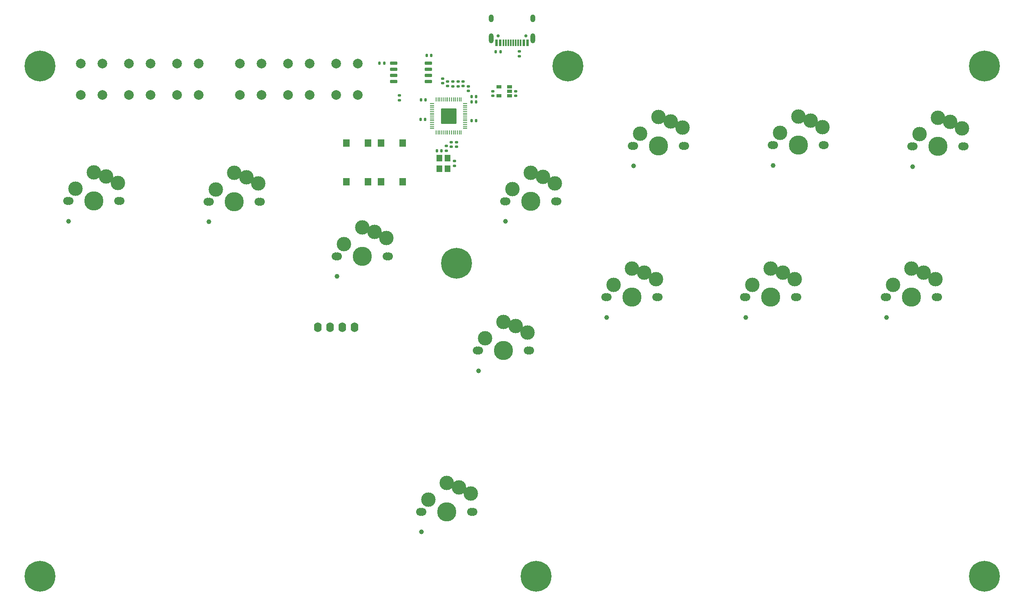
<source format=gts>
%TF.GenerationSoftware,KiCad,Pcbnew,(6.0.0)*%
%TF.CreationDate,2022-11-06T23:16:27-06:00*%
%TF.ProjectId,Flatbox-rev4,466c6174-626f-4782-9d72-6576342e6b69,rev?*%
%TF.SameCoordinates,Original*%
%TF.FileFunction,Soldermask,Top*%
%TF.FilePolarity,Negative*%
%FSLAX46Y46*%
G04 Gerber Fmt 4.6, Leading zero omitted, Abs format (unit mm)*
G04 Created by KiCad (PCBNEW (6.0.0)) date 2022-11-06 23:16:27*
%MOMM*%
%LPD*%
G01*
G04 APERTURE LIST*
G04 Aperture macros list*
%AMRoundRect*
0 Rectangle with rounded corners*
0 $1 Rounding radius*
0 $2 $3 $4 $5 $6 $7 $8 $9 X,Y pos of 4 corners*
0 Add a 4 corners polygon primitive as box body*
4,1,4,$2,$3,$4,$5,$6,$7,$8,$9,$2,$3,0*
0 Add four circle primitives for the rounded corners*
1,1,$1+$1,$2,$3*
1,1,$1+$1,$4,$5*
1,1,$1+$1,$6,$7*
1,1,$1+$1,$8,$9*
0 Add four rect primitives between the rounded corners*
20,1,$1+$1,$2,$3,$4,$5,0*
20,1,$1+$1,$4,$5,$6,$7,0*
20,1,$1+$1,$6,$7,$8,$9,0*
20,1,$1+$1,$8,$9,$2,$3,0*%
G04 Aperture macros list end*
%ADD10O,1.600000X2.000000*%
%ADD11C,3.000000*%
%ADD12C,1.701800*%
%ADD13C,3.987800*%
%ADD14C,3.429000*%
%ADD15C,0.990600*%
%ADD16C,6.400000*%
%ADD17C,2.000000*%
%ADD18RoundRect,0.135000X-0.185000X0.135000X-0.185000X-0.135000X0.185000X-0.135000X0.185000X0.135000X0*%
%ADD19C,0.650000*%
%ADD20R,0.600000X1.450000*%
%ADD21R,0.300000X1.450000*%
%ADD22O,1.000000X1.600000*%
%ADD23O,1.000000X2.100000*%
%ADD24RoundRect,0.135000X0.135000X0.185000X-0.135000X0.185000X-0.135000X-0.185000X0.135000X-0.185000X0*%
%ADD25RoundRect,0.140000X0.170000X-0.140000X0.170000X0.140000X-0.170000X0.140000X-0.170000X-0.140000X0*%
%ADD26RoundRect,0.140000X-0.140000X-0.170000X0.140000X-0.170000X0.140000X0.170000X-0.140000X0.170000X0*%
%ADD27RoundRect,0.140000X-0.170000X0.140000X-0.170000X-0.140000X0.170000X-0.140000X0.170000X0.140000X0*%
%ADD28RoundRect,0.135000X-0.135000X-0.185000X0.135000X-0.185000X0.135000X0.185000X-0.135000X0.185000X0*%
%ADD29R,1.400000X1.600000*%
%ADD30R,1.060000X0.650000*%
%ADD31RoundRect,0.150000X-0.650000X-0.150000X0.650000X-0.150000X0.650000X0.150000X-0.650000X0.150000X0*%
%ADD32RoundRect,0.050000X-0.387500X-0.050000X0.387500X-0.050000X0.387500X0.050000X-0.387500X0.050000X0*%
%ADD33RoundRect,0.050000X-0.050000X-0.387500X0.050000X-0.387500X0.050000X0.387500X-0.050000X0.387500X0*%
%ADD34RoundRect,0.144000X-1.456000X-1.456000X1.456000X-1.456000X1.456000X1.456000X-1.456000X1.456000X0*%
%ADD35R,1.200000X1.400000*%
%ADD36RoundRect,0.140000X0.140000X0.170000X-0.140000X0.170000X-0.140000X-0.170000X0.140000X-0.170000X0*%
%ADD37RoundRect,0.135000X0.185000X-0.135000X0.185000X0.135000X-0.185000X0.135000X-0.185000X-0.135000X0*%
G04 APERTURE END LIST*
D10*
X112331000Y-91254000D03*
X109791000Y-91254000D03*
X107251000Y-91254000D03*
X104711000Y-91254000D03*
D11*
X87320000Y-59220000D03*
D12*
X82240000Y-65170000D03*
D11*
X89860000Y-60090000D03*
X83510000Y-62630000D03*
D13*
X87320000Y-65170000D03*
D12*
X92820000Y-65170000D03*
X92400000Y-65170000D03*
D11*
X92320000Y-61420000D03*
D14*
X87320000Y-65170000D03*
D15*
X82100000Y-69370000D03*
D12*
X81820000Y-65170000D03*
X108840000Y-76520000D03*
D11*
X118920000Y-72770000D03*
D12*
X119000000Y-76520000D03*
D11*
X116460000Y-71440000D03*
X110110000Y-73980000D03*
D15*
X108700000Y-80720000D03*
D14*
X113920000Y-76520000D03*
D12*
X108420000Y-76520000D03*
X119420000Y-76520000D03*
D13*
X113920000Y-76520000D03*
D11*
X113920000Y-70570000D03*
X127610000Y-127080000D03*
D15*
X126200000Y-133820000D03*
D11*
X133960000Y-124540000D03*
D12*
X125920000Y-129620000D03*
D14*
X131420000Y-129620000D03*
D13*
X131420000Y-129620000D03*
D12*
X126340000Y-129620000D03*
X136920000Y-129620000D03*
X136500000Y-129620000D03*
D11*
X131420000Y-123670000D03*
X136420000Y-125870000D03*
D12*
X153940000Y-65110000D03*
D11*
X148860000Y-59160000D03*
D15*
X143640000Y-69310000D03*
D12*
X154360000Y-65110000D03*
D13*
X148860000Y-65110000D03*
D11*
X151400000Y-60030000D03*
D12*
X143360000Y-65110000D03*
D11*
X145050000Y-62570000D03*
X153860000Y-61360000D03*
D12*
X143780000Y-65110000D03*
D14*
X148860000Y-65110000D03*
D11*
X177960000Y-48500000D03*
D12*
X169920000Y-53580000D03*
D15*
X170200000Y-57780000D03*
D14*
X175420000Y-53580000D03*
D11*
X175420000Y-47630000D03*
D13*
X175420000Y-53580000D03*
D11*
X171610000Y-51040000D03*
D12*
X170340000Y-53580000D03*
X180500000Y-53580000D03*
X180920000Y-53580000D03*
D11*
X180420000Y-49830000D03*
D15*
X199170000Y-57660000D03*
D13*
X204390000Y-53460000D03*
D11*
X204390000Y-47510000D03*
X206930000Y-48380000D03*
X200580000Y-50920000D03*
D14*
X204390000Y-53460000D03*
D12*
X209890000Y-53460000D03*
X198890000Y-53460000D03*
X209470000Y-53460000D03*
X199310000Y-53460000D03*
D11*
X209390000Y-49710000D03*
X238360000Y-49950000D03*
X233360000Y-47750000D03*
D13*
X233360000Y-53700000D03*
D11*
X235900000Y-48620000D03*
X229550000Y-51160000D03*
D14*
X233360000Y-53700000D03*
D12*
X227860000Y-53700000D03*
X238440000Y-53700000D03*
X238860000Y-53700000D03*
X228280000Y-53700000D03*
D15*
X228140000Y-57900000D03*
D11*
X148250000Y-92400000D03*
D12*
X148750000Y-96150000D03*
D13*
X143250000Y-96150000D03*
D12*
X137750000Y-96150000D03*
D11*
X143250000Y-90200000D03*
D15*
X138030000Y-100350000D03*
D12*
X138170000Y-96150000D03*
X148330000Y-96150000D03*
D14*
X143250000Y-96150000D03*
D11*
X139440000Y-93610000D03*
X145790000Y-91070000D03*
X174860000Y-81290000D03*
D13*
X169860000Y-85040000D03*
D14*
X169860000Y-85040000D03*
D11*
X172400000Y-79960000D03*
D12*
X174940000Y-85040000D03*
X164780000Y-85040000D03*
D11*
X169860000Y-79090000D03*
D15*
X164640000Y-89240000D03*
D11*
X166050000Y-82500000D03*
D12*
X175360000Y-85040000D03*
X164360000Y-85040000D03*
D11*
X194900000Y-82500000D03*
D12*
X203790000Y-85040000D03*
D11*
X203710000Y-81290000D03*
D13*
X198710000Y-85040000D03*
D12*
X193210000Y-85040000D03*
D15*
X193490000Y-89240000D03*
D11*
X198710000Y-79090000D03*
D14*
X198710000Y-85040000D03*
D12*
X204210000Y-85040000D03*
X193630000Y-85040000D03*
D11*
X201250000Y-79960000D03*
D14*
X227920000Y-85040000D03*
D12*
X222840000Y-85040000D03*
D11*
X230460000Y-79960000D03*
D12*
X222420000Y-85040000D03*
D13*
X227920000Y-85040000D03*
D12*
X233420000Y-85040000D03*
D15*
X222700000Y-89240000D03*
D11*
X224110000Y-82500000D03*
X232920000Y-81290000D03*
D12*
X233000000Y-85040000D03*
D11*
X227920000Y-79090000D03*
D16*
X47000000Y-37000000D03*
X47000000Y-143000000D03*
X243000000Y-143000000D03*
X243000000Y-37000000D03*
D15*
X53005000Y-69250000D03*
D12*
X53145000Y-65050000D03*
D13*
X58225000Y-65050000D03*
D11*
X58225000Y-59100000D03*
X63225000Y-61300000D03*
X54415000Y-62510000D03*
D12*
X52725000Y-65050000D03*
X63725000Y-65050000D03*
D11*
X60765000Y-59970000D03*
D14*
X58225000Y-65050000D03*
D12*
X63305000Y-65050000D03*
D16*
X156600000Y-37000000D03*
D17*
X88500000Y-43000000D03*
X88500000Y-36500000D03*
X93000000Y-43000000D03*
X93000000Y-36500000D03*
X65500000Y-43000000D03*
X65500000Y-36500000D03*
X70000000Y-36500000D03*
X70000000Y-43000000D03*
X98500000Y-36500000D03*
X98500000Y-43000000D03*
X103000000Y-36500000D03*
X103000000Y-43000000D03*
X55500000Y-36500000D03*
X55500000Y-43000000D03*
X60000000Y-43000000D03*
X60000000Y-36500000D03*
X75500000Y-43000000D03*
X75500000Y-36500000D03*
X80000000Y-36500000D03*
X80000000Y-43000000D03*
X108500000Y-36500000D03*
X108500000Y-43000000D03*
X113000000Y-36500000D03*
X113000000Y-43000000D03*
D16*
X133500000Y-78000000D03*
X150000000Y-143000000D03*
D18*
X146550000Y-33990000D03*
X146550000Y-35010000D03*
D19*
X147890000Y-30750000D03*
X142110000Y-30750000D03*
D20*
X148250000Y-32195000D03*
X147450000Y-32195000D03*
D21*
X146750000Y-32195000D03*
X146250000Y-32195000D03*
X145750000Y-32195000D03*
X145250000Y-32195000D03*
X144750000Y-32195000D03*
X144250000Y-32195000D03*
X143750000Y-32195000D03*
X143250000Y-32195000D03*
D20*
X142550000Y-32195000D03*
X141750000Y-32195000D03*
D22*
X140680000Y-27100000D03*
X149320000Y-27100000D03*
D23*
X149320000Y-31280000D03*
X140680000Y-31280000D03*
D24*
X142660000Y-34050000D03*
X141640000Y-34050000D03*
D25*
X145800000Y-43230000D03*
X145800000Y-42270000D03*
D26*
X129420000Y-54600000D03*
X130380000Y-54600000D03*
D25*
X141000000Y-43230000D03*
X141000000Y-42270000D03*
D26*
X127270000Y-34800000D03*
X128230000Y-34800000D03*
D25*
X130600000Y-40580000D03*
X130600000Y-39620000D03*
D27*
X133450000Y-52820000D03*
X133450000Y-53780000D03*
D25*
X134850000Y-41180000D03*
X134850000Y-40220000D03*
X131650000Y-41180000D03*
X131650000Y-40220000D03*
X135900000Y-42180000D03*
X135900000Y-41220000D03*
D26*
X136620000Y-44450000D03*
X137580000Y-44450000D03*
X136620000Y-43400000D03*
X137580000Y-43400000D03*
D18*
X121650000Y-43090000D03*
X121650000Y-44110000D03*
D28*
X117490000Y-36400000D03*
X118510000Y-36400000D03*
D18*
X133780000Y-40190000D03*
X133780000Y-41210000D03*
D29*
X115150000Y-53050000D03*
X115150000Y-61050000D03*
X110650000Y-53050000D03*
X110650000Y-61050000D03*
D30*
X144500000Y-43200000D03*
X144500000Y-42250000D03*
X144500000Y-41300000D03*
X142300000Y-41300000D03*
X142300000Y-43200000D03*
D31*
X120450000Y-36395000D03*
X120450000Y-37665000D03*
X120450000Y-38935000D03*
X120450000Y-40205000D03*
X127650000Y-40205000D03*
X127650000Y-38935000D03*
X127650000Y-37665000D03*
X127650000Y-36395000D03*
D32*
X128412500Y-44800000D03*
X128412500Y-45200000D03*
X128412500Y-45600000D03*
X128412500Y-46000000D03*
X128412500Y-46400000D03*
X128412500Y-46800000D03*
X128412500Y-47200000D03*
X128412500Y-47600000D03*
X128412500Y-48000000D03*
X128412500Y-48400000D03*
X128412500Y-48800000D03*
X128412500Y-49200000D03*
X128412500Y-49600000D03*
X128412500Y-50000000D03*
D33*
X129250000Y-50837500D03*
X129650000Y-50837500D03*
X130050000Y-50837500D03*
X130450000Y-50837500D03*
X130850000Y-50837500D03*
X131250000Y-50837500D03*
X131650000Y-50837500D03*
X132050000Y-50837500D03*
X132450000Y-50837500D03*
X132850000Y-50837500D03*
X133250000Y-50837500D03*
X133650000Y-50837500D03*
X134050000Y-50837500D03*
X134450000Y-50837500D03*
D32*
X135287500Y-50000000D03*
X135287500Y-49600000D03*
X135287500Y-49200000D03*
X135287500Y-48800000D03*
X135287500Y-48400000D03*
X135287500Y-48000000D03*
X135287500Y-47600000D03*
X135287500Y-47200000D03*
X135287500Y-46800000D03*
X135287500Y-46400000D03*
X135287500Y-46000000D03*
X135287500Y-45600000D03*
X135287500Y-45200000D03*
X135287500Y-44800000D03*
D33*
X134450000Y-43962500D03*
X134050000Y-43962500D03*
X133650000Y-43962500D03*
X133250000Y-43962500D03*
X132850000Y-43962500D03*
X132450000Y-43962500D03*
X132050000Y-43962500D03*
X131650000Y-43962500D03*
X131250000Y-43962500D03*
X130850000Y-43962500D03*
X130450000Y-43962500D03*
X130050000Y-43962500D03*
X129650000Y-43962500D03*
X129250000Y-43962500D03*
D34*
X131850000Y-47400000D03*
D35*
X129900000Y-56150000D03*
X129900000Y-58350000D03*
X131600000Y-58350000D03*
X131600000Y-56150000D03*
D18*
X132700000Y-40190000D03*
X132700000Y-41210000D03*
D27*
X133100000Y-56770000D03*
X133100000Y-57730000D03*
D29*
X117800000Y-61050000D03*
X117800000Y-53050000D03*
X122300000Y-61050000D03*
X122300000Y-53050000D03*
D36*
X126980000Y-48133000D03*
X126020000Y-48133000D03*
D26*
X136620000Y-48400000D03*
X137580000Y-48400000D03*
D37*
X131400000Y-54660000D03*
X131400000Y-53640000D03*
D27*
X132420000Y-52820000D03*
X132420000Y-53780000D03*
D36*
X127080000Y-44000000D03*
X126120000Y-44000000D03*
M02*

</source>
